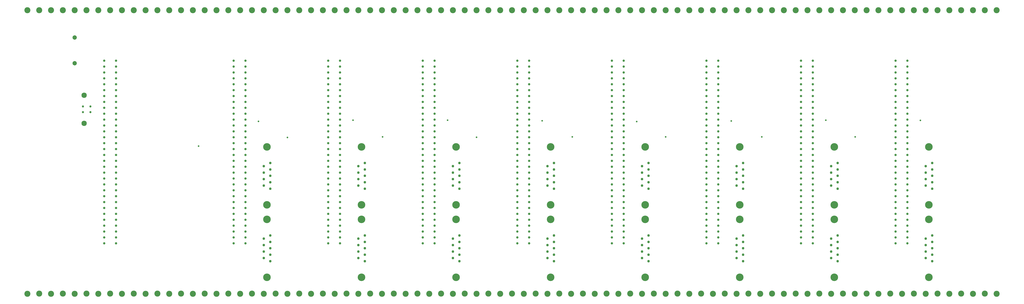
<source format=gbr>
G04 Layer_Color=0*
%FSLAX45Y45*%
%MOMM*%
%TF.FileFunction,Plated,1,4,PTH,Drill*%
%TF.Part,Single*%
G01*
G75*
%TA.AperFunction,ComponentDrill*%
%ADD45C,1.85420*%
%TA.AperFunction,OtherDrill,Pad Free-0 (460.502mm,56.642mm)*%
%ADD46C,2.60000*%
%TA.AperFunction,OtherDrill,Pad Free-0 (450.342mm,56.642mm)*%
%ADD47C,2.60000*%
%TA.AperFunction,OtherDrill,Pad Free-0 (440.182mm,56.642mm)*%
%ADD48C,2.60000*%
%TA.AperFunction,OtherDrill,Pad Free-0 (430.022mm,56.642mm)*%
%ADD49C,2.60000*%
%TA.AperFunction,OtherDrill,Pad Free-0 (419.862mm,56.642mm)*%
%ADD50C,2.60000*%
%TA.AperFunction,OtherDrill,Pad Free-0 (409.702mm,56.642mm)*%
%ADD51C,2.60000*%
%TA.AperFunction,OtherDrill,Pad Free-0 (399.542mm,56.642mm)*%
%ADD52C,2.60000*%
%TA.AperFunction,OtherDrill,Pad Free-0 (389.382mm,56.642mm)*%
%ADD53C,2.60000*%
%TA.AperFunction,OtherDrill,Pad Free-0 (379.222mm,56.642mm)*%
%ADD54C,2.60000*%
%TA.AperFunction,OtherDrill,Pad Free-0 (369.062mm,56.642mm)*%
%ADD55C,2.60000*%
%TA.AperFunction,OtherDrill,Pad Free-0 (358.902mm,56.642mm)*%
%ADD56C,2.60000*%
%TA.AperFunction,OtherDrill,Pad Free-0 (348.742mm,56.642mm)*%
%ADD57C,2.60000*%
%TA.AperFunction,OtherDrill,Pad Free-0 (338.582mm,56.642mm)*%
%ADD58C,2.60000*%
%TA.AperFunction,OtherDrill,Pad Free-0 (328.422mm,56.642mm)*%
%ADD59C,2.60000*%
%TA.AperFunction,OtherDrill,Pad Free-0 (318.262mm,56.642mm)*%
%ADD60C,2.60000*%
%TA.AperFunction,OtherDrill,Pad Free-0 (308.102mm,56.642mm)*%
%ADD61C,2.60000*%
%TA.AperFunction,OtherDrill,Pad Free-0 (297.942mm,56.642mm)*%
%ADD62C,2.60000*%
%TA.AperFunction,OtherDrill,Pad Free-0 (287.782mm,56.642mm)*%
%ADD63C,2.60000*%
%TA.AperFunction,OtherDrill,Pad Free-0 (277.622mm,56.642mm)*%
%ADD64C,2.60000*%
%TA.AperFunction,OtherDrill,Pad Free-0 (267.462mm,56.642mm)*%
%ADD65C,2.60000*%
%TA.AperFunction,OtherDrill,Pad Free-0 (257.302mm,56.642mm)*%
%ADD66C,2.60000*%
%TA.AperFunction,OtherDrill,Pad Free-0 (247.142mm,56.642mm)*%
%ADD67C,2.60000*%
%TA.AperFunction,OtherDrill,Pad Free-0 (236.982mm,56.642mm)*%
%ADD68C,2.60000*%
%TA.AperFunction,OtherDrill,Pad Free-0 (226.822mm,56.642mm)*%
%ADD69C,2.60000*%
%TA.AperFunction,OtherDrill,Pad Free-0 (216.662mm,56.642mm)*%
%ADD70C,2.60000*%
%TA.AperFunction,OtherDrill,Pad Free-0 (206.502mm,56.642mm)*%
%ADD71C,2.60000*%
%TA.AperFunction,OtherDrill,Pad Free-0 (196.342mm,56.642mm)*%
%ADD72C,2.60000*%
%TA.AperFunction,OtherDrill,Pad Free-0 (186.182mm,56.642mm)*%
%ADD73C,2.60000*%
%TA.AperFunction,OtherDrill,Pad Free-0 (176.022mm,56.642mm)*%
%ADD74C,2.60000*%
%TA.AperFunction,OtherDrill,Pad Free-0 (165.862mm,56.642mm)*%
%ADD75C,2.60000*%
%TA.AperFunction,OtherDrill,Pad Free-0 (155.702mm,56.642mm)*%
%ADD76C,2.60000*%
%TA.AperFunction,OtherDrill,Pad Free-0 (145.542mm,56.642mm)*%
%ADD77C,2.60000*%
%TA.AperFunction,OtherDrill,Pad Free-0 (135.382mm,56.642mm)*%
%ADD78C,2.60000*%
%TA.AperFunction,OtherDrill,Pad Free-0 (125.222mm,56.642mm)*%
%ADD79C,2.60000*%
%TA.AperFunction,OtherDrill,Pad Free-0 (115.062mm,56.642mm)*%
%ADD80C,2.60000*%
%TA.AperFunction,OtherDrill,Pad Free-0 (104.902mm,56.642mm)*%
%ADD81C,2.60000*%
%TA.AperFunction,OtherDrill,Pad Free-0 (94.742mm,56.642mm)*%
%ADD82C,2.60000*%
%TA.AperFunction,OtherDrill,Pad Free-0 (84.582mm,56.642mm)*%
%ADD83C,2.60000*%
%TA.AperFunction,OtherDrill,Pad Free-0 (74.422mm,56.642mm)*%
%ADD84C,2.60000*%
%TA.AperFunction,OtherDrill,Pad Free-0 (64.262mm,56.642mm)*%
%ADD85C,2.60000*%
%TA.AperFunction,OtherDrill,Pad Free-0 (54.102mm,56.642mm)*%
%ADD86C,2.60000*%
%TA.AperFunction,OtherDrill,Pad Free-0 (465.582mm,56.617mm)*%
%ADD87C,2.60000*%
%TA.AperFunction,OtherDrill,Pad Free-0 (455.422mm,56.617mm)*%
%ADD88C,2.60000*%
%TA.AperFunction,OtherDrill,Pad Free-0 (445.262mm,56.617mm)*%
%ADD89C,2.60000*%
%TA.AperFunction,OtherDrill,Pad Free-0 (435.102mm,56.617mm)*%
%ADD90C,2.60000*%
%TA.AperFunction,OtherDrill,Pad Free-0 (424.942mm,56.617mm)*%
%ADD91C,2.60000*%
%TA.AperFunction,OtherDrill,Pad Free-0 (414.782mm,56.617mm)*%
%ADD92C,2.60000*%
%TA.AperFunction,OtherDrill,Pad Free-0 (404.622mm,56.617mm)*%
%ADD93C,2.60000*%
%TA.AperFunction,OtherDrill,Pad Free-0 (394.462mm,56.617mm)*%
%ADD94C,2.60000*%
%TA.AperFunction,OtherDrill,Pad Free-0 (384.302mm,56.617mm)*%
%ADD95C,2.60000*%
%TA.AperFunction,OtherDrill,Pad Free-0 (374.142mm,56.617mm)*%
%ADD96C,2.60000*%
%TA.AperFunction,OtherDrill,Pad Free-0 (363.982mm,56.617mm)*%
%ADD97C,2.60000*%
%TA.AperFunction,OtherDrill,Pad Free-0 (353.822mm,56.617mm)*%
%ADD98C,2.60000*%
%TA.AperFunction,OtherDrill,Pad Free-0 (343.662mm,56.617mm)*%
%ADD99C,2.60000*%
%TA.AperFunction,OtherDrill,Pad Free-0 (333.502mm,56.617mm)*%
%ADD100C,2.60000*%
%TA.AperFunction,OtherDrill,Pad Free-0 (323.342mm,56.617mm)*%
%ADD101C,2.60000*%
%TA.AperFunction,OtherDrill,Pad Free-0 (313.182mm,56.617mm)*%
%ADD102C,2.60000*%
%TA.AperFunction,OtherDrill,Pad Free-0 (303.022mm,56.617mm)*%
%ADD103C,2.60000*%
%TA.AperFunction,OtherDrill,Pad Free-0 (292.862mm,56.617mm)*%
%ADD104C,2.60000*%
%TA.AperFunction,OtherDrill,Pad Free-0 (282.702mm,56.617mm)*%
%ADD105C,2.60000*%
%TA.AperFunction,OtherDrill,Pad Free-0 (272.542mm,56.617mm)*%
%ADD106C,2.60000*%
%TA.AperFunction,OtherDrill,Pad Free-0 (262.382mm,56.617mm)*%
%ADD107C,2.60000*%
%TA.AperFunction,OtherDrill,Pad Free-0 (252.222mm,56.617mm)*%
%ADD108C,2.60000*%
%TA.AperFunction,OtherDrill,Pad Free-0 (242.062mm,56.617mm)*%
%ADD109C,2.60000*%
%TA.AperFunction,OtherDrill,Pad Free-0 (231.902mm,56.617mm)*%
%ADD110C,2.60000*%
%TA.AperFunction,OtherDrill,Pad Free-0 (221.742mm,56.617mm)*%
%ADD111C,2.60000*%
%TA.AperFunction,OtherDrill,Pad Free-0 (211.582mm,56.617mm)*%
%ADD112C,2.60000*%
%TA.AperFunction,OtherDrill,Pad Free-0 (201.422mm,56.617mm)*%
%ADD113C,2.60000*%
%TA.AperFunction,OtherDrill,Pad Free-0 (191.262mm,56.617mm)*%
%ADD114C,2.60000*%
%TA.AperFunction,OtherDrill,Pad Free-0 (181.102mm,56.617mm)*%
%ADD115C,2.60000*%
%TA.AperFunction,OtherDrill,Pad Free-0 (170.942mm,56.617mm)*%
%ADD116C,2.60000*%
%TA.AperFunction,OtherDrill,Pad Free-0 (160.782mm,56.617mm)*%
%ADD117C,2.60000*%
%TA.AperFunction,OtherDrill,Pad Free-0 (150.622mm,56.617mm)*%
%ADD118C,2.60000*%
%TA.AperFunction,OtherDrill,Pad Free-0 (140.462mm,56.617mm)*%
%ADD119C,2.60000*%
%TA.AperFunction,OtherDrill,Pad Free-0 (130.302mm,56.617mm)*%
%ADD120C,2.60000*%
%TA.AperFunction,OtherDrill,Pad Free-0 (120.142mm,56.617mm)*%
%ADD121C,2.60000*%
%TA.AperFunction,OtherDrill,Pad Free-0 (109.982mm,56.617mm)*%
%ADD122C,2.60000*%
%TA.AperFunction,OtherDrill,Pad Free-0 (99.822mm,56.617mm)*%
%ADD123C,2.60000*%
%TA.AperFunction,OtherDrill,Pad Free-0 (89.662mm,56.617mm)*%
%ADD124C,2.60000*%
%TA.AperFunction,OtherDrill,Pad Free-0 (79.502mm,56.617mm)*%
%ADD125C,2.60000*%
%TA.AperFunction,OtherDrill,Pad Free-0 (69.342mm,56.617mm)*%
%ADD126C,2.60000*%
%TA.AperFunction,OtherDrill,Pad Free-0 (59.182mm,56.617mm)*%
%ADD127C,2.60000*%
%TA.AperFunction,OtherDrill,Pad Free-0 (49.022mm,56.617mm)*%
%ADD128C,2.60000*%
%TA.AperFunction,OtherDrill,Pad Free-0 (460.502mm,178.816mm)*%
%ADD129C,2.60000*%
%TA.AperFunction,OtherDrill,Pad Free-0 (450.342mm,178.816mm)*%
%ADD130C,2.60000*%
%TA.AperFunction,OtherDrill,Pad Free-0 (440.182mm,178.816mm)*%
%ADD131C,2.60000*%
%TA.AperFunction,OtherDrill,Pad Free-0 (430.022mm,178.816mm)*%
%ADD132C,2.60000*%
%TA.AperFunction,OtherDrill,Pad Free-0 (419.862mm,178.816mm)*%
%ADD133C,2.60000*%
%TA.AperFunction,OtherDrill,Pad Free-0 (409.702mm,178.816mm)*%
%ADD134C,2.60000*%
%TA.AperFunction,OtherDrill,Pad Free-0 (399.542mm,178.816mm)*%
%ADD135C,2.60000*%
%TA.AperFunction,OtherDrill,Pad Free-0 (389.382mm,178.816mm)*%
%ADD136C,2.60000*%
%TA.AperFunction,OtherDrill,Pad Free-0 (379.222mm,178.816mm)*%
%ADD137C,2.60000*%
%TA.AperFunction,OtherDrill,Pad Free-0 (369.062mm,178.816mm)*%
%ADD138C,2.60000*%
%TA.AperFunction,OtherDrill,Pad Free-0 (358.902mm,178.816mm)*%
%ADD139C,2.60000*%
%TA.AperFunction,OtherDrill,Pad Free-0 (348.742mm,178.816mm)*%
%ADD140C,2.60000*%
%TA.AperFunction,OtherDrill,Pad Free-0 (338.582mm,178.816mm)*%
%ADD141C,2.60000*%
%TA.AperFunction,OtherDrill,Pad Free-0 (328.422mm,178.816mm)*%
%ADD142C,2.60000*%
%TA.AperFunction,OtherDrill,Pad Free-0 (318.262mm,178.816mm)*%
%ADD143C,2.60000*%
%TA.AperFunction,OtherDrill,Pad Free-0 (308.102mm,178.816mm)*%
%ADD144C,2.60000*%
%TA.AperFunction,OtherDrill,Pad Free-0 (297.942mm,178.816mm)*%
%ADD145C,2.60000*%
%TA.AperFunction,OtherDrill,Pad Free-0 (287.782mm,178.816mm)*%
%ADD146C,2.60000*%
%TA.AperFunction,OtherDrill,Pad Free-0 (277.622mm,178.816mm)*%
%ADD147C,2.60000*%
%TA.AperFunction,OtherDrill,Pad Free-0 (267.462mm,178.816mm)*%
%ADD148C,2.60000*%
%TA.AperFunction,OtherDrill,Pad Free-0 (257.302mm,178.816mm)*%
%ADD149C,2.60000*%
%TA.AperFunction,OtherDrill,Pad Free-0 (247.142mm,178.816mm)*%
%ADD150C,2.60000*%
%TA.AperFunction,OtherDrill,Pad Free-0 (236.982mm,178.816mm)*%
%ADD151C,2.60000*%
%TA.AperFunction,OtherDrill,Pad Free-0 (226.822mm,178.816mm)*%
%ADD152C,2.60000*%
%TA.AperFunction,OtherDrill,Pad Free-0 (216.662mm,178.816mm)*%
%ADD153C,2.60000*%
%TA.AperFunction,OtherDrill,Pad Free-0 (206.502mm,178.816mm)*%
%ADD154C,2.60000*%
%TA.AperFunction,OtherDrill,Pad Free-0 (196.342mm,178.816mm)*%
%ADD155C,2.60000*%
%TA.AperFunction,OtherDrill,Pad Free-0 (186.182mm,178.816mm)*%
%ADD156C,2.60000*%
%TA.AperFunction,OtherDrill,Pad Free-0 (176.022mm,178.816mm)*%
%ADD157C,2.60000*%
%TA.AperFunction,OtherDrill,Pad Free-0 (165.862mm,178.816mm)*%
%ADD158C,2.60000*%
%TA.AperFunction,OtherDrill,Pad Free-0 (155.702mm,178.816mm)*%
%ADD159C,2.60000*%
%TA.AperFunction,OtherDrill,Pad Free-0 (145.542mm,178.816mm)*%
%ADD160C,2.60000*%
%TA.AperFunction,OtherDrill,Pad Free-0 (135.382mm,178.816mm)*%
%ADD161C,2.60000*%
%TA.AperFunction,OtherDrill,Pad Free-0 (125.222mm,178.816mm)*%
%ADD162C,2.60000*%
%TA.AperFunction,OtherDrill,Pad Free-0 (115.062mm,178.816mm)*%
%ADD163C,2.60000*%
%TA.AperFunction,OtherDrill,Pad Free-0 (104.902mm,178.816mm)*%
%ADD164C,2.60000*%
%TA.AperFunction,OtherDrill,Pad Free-0 (94.742mm,178.816mm)*%
%ADD165C,2.60000*%
%TA.AperFunction,OtherDrill,Pad Free-0 (84.582mm,178.816mm)*%
%ADD166C,2.60000*%
%TA.AperFunction,OtherDrill,Pad Free-0 (74.422mm,178.816mm)*%
%ADD167C,2.60000*%
%TA.AperFunction,OtherDrill,Pad Free-0 (64.262mm,178.816mm)*%
%ADD168C,2.60000*%
%TA.AperFunction,OtherDrill,Pad Free-0 (54.102mm,178.816mm)*%
%ADD169C,2.60000*%
%TA.AperFunction,OtherDrill,Pad Free-0 (465.582mm,178.841mm)*%
%ADD170C,2.60000*%
%TA.AperFunction,OtherDrill,Pad Free-0 (455.422mm,178.841mm)*%
%ADD171C,2.60000*%
%TA.AperFunction,OtherDrill,Pad Free-0 (445.262mm,178.841mm)*%
%ADD172C,2.60000*%
%TA.AperFunction,OtherDrill,Pad Free-0 (435.102mm,178.841mm)*%
%ADD173C,2.60000*%
%TA.AperFunction,OtherDrill,Pad Free-0 (424.942mm,178.841mm)*%
%ADD174C,2.60000*%
%TA.AperFunction,OtherDrill,Pad Free-0 (414.782mm,178.841mm)*%
%ADD175C,2.60000*%
%TA.AperFunction,OtherDrill,Pad Free-0 (404.622mm,178.841mm)*%
%ADD176C,2.60000*%
%TA.AperFunction,OtherDrill,Pad Free-0 (394.462mm,178.841mm)*%
%ADD177C,2.60000*%
%TA.AperFunction,OtherDrill,Pad Free-0 (384.302mm,178.841mm)*%
%ADD178C,2.60000*%
%TA.AperFunction,OtherDrill,Pad Free-0 (374.142mm,178.841mm)*%
%ADD179C,2.60000*%
%TA.AperFunction,OtherDrill,Pad Free-0 (363.982mm,178.841mm)*%
%ADD180C,2.60000*%
%TA.AperFunction,OtherDrill,Pad Free-0 (353.822mm,178.841mm)*%
%ADD181C,2.60000*%
%TA.AperFunction,OtherDrill,Pad Free-0 (343.662mm,178.841mm)*%
%ADD182C,2.60000*%
%TA.AperFunction,OtherDrill,Pad Free-0 (333.502mm,178.841mm)*%
%ADD183C,2.60000*%
%TA.AperFunction,OtherDrill,Pad Free-0 (323.342mm,178.841mm)*%
%ADD184C,2.60000*%
%TA.AperFunction,OtherDrill,Pad Free-0 (313.182mm,178.841mm)*%
%ADD185C,2.60000*%
%TA.AperFunction,OtherDrill,Pad Free-0 (303.022mm,178.841mm)*%
%ADD186C,2.60000*%
%TA.AperFunction,OtherDrill,Pad Free-0 (292.862mm,178.841mm)*%
%ADD187C,2.60000*%
%TA.AperFunction,OtherDrill,Pad Free-0 (282.702mm,178.841mm)*%
%ADD188C,2.60000*%
%TA.AperFunction,OtherDrill,Pad Free-0 (272.542mm,178.841mm)*%
%ADD189C,2.60000*%
%TA.AperFunction,OtherDrill,Pad Free-0 (262.382mm,178.841mm)*%
%ADD190C,2.60000*%
%TA.AperFunction,OtherDrill,Pad Free-0 (252.222mm,178.841mm)*%
%ADD191C,2.60000*%
%TA.AperFunction,OtherDrill,Pad Free-0 (242.062mm,178.841mm)*%
%ADD192C,2.60000*%
%TA.AperFunction,OtherDrill,Pad Free-0 (231.902mm,178.841mm)*%
%ADD193C,2.60000*%
%TA.AperFunction,OtherDrill,Pad Free-0 (221.742mm,178.841mm)*%
%ADD194C,2.60000*%
%TA.AperFunction,OtherDrill,Pad Free-0 (211.582mm,178.841mm)*%
%ADD195C,2.60000*%
%TA.AperFunction,OtherDrill,Pad Free-0 (201.422mm,178.841mm)*%
%ADD196C,2.60000*%
%TA.AperFunction,OtherDrill,Pad Free-0 (191.262mm,178.841mm)*%
%ADD197C,2.60000*%
%TA.AperFunction,OtherDrill,Pad Free-0 (181.102mm,178.841mm)*%
%ADD198C,2.60000*%
%TA.AperFunction,OtherDrill,Pad Free-0 (170.942mm,178.841mm)*%
%ADD199C,2.60000*%
%TA.AperFunction,OtherDrill,Pad Free-0 (160.782mm,178.841mm)*%
%ADD200C,2.60000*%
%TA.AperFunction,OtherDrill,Pad Free-0 (150.622mm,178.841mm)*%
%ADD201C,2.60000*%
%TA.AperFunction,OtherDrill,Pad Free-0 (140.462mm,178.841mm)*%
%ADD202C,2.60000*%
%TA.AperFunction,OtherDrill,Pad Free-0 (130.302mm,178.841mm)*%
%ADD203C,2.60000*%
%TA.AperFunction,OtherDrill,Pad Free-0 (120.142mm,178.841mm)*%
%ADD204C,2.60000*%
%TA.AperFunction,OtherDrill,Pad Free-0 (109.982mm,178.841mm)*%
%ADD205C,2.60000*%
%TA.AperFunction,OtherDrill,Pad Free-0 (99.822mm,178.841mm)*%
%ADD206C,2.60000*%
%TA.AperFunction,OtherDrill,Pad Free-0 (89.662mm,178.841mm)*%
%ADD207C,2.60000*%
%TA.AperFunction,OtherDrill,Pad Free-0 (79.502mm,178.841mm)*%
%ADD208C,2.60000*%
%TA.AperFunction,OtherDrill,Pad Free-0 (69.342mm,178.841mm)*%
%ADD209C,2.60000*%
%TA.AperFunction,OtherDrill,Pad Free-0 (59.182mm,178.841mm)*%
%ADD210C,2.60000*%
%TA.AperFunction,ComponentDrill*%
%ADD211C,0.92000*%
%ADD212C,2.30000*%
%ADD213C,1.00000*%
%TA.AperFunction,OtherDrill,Pad Free-0 (49.022mm,178.841mm)*%
%ADD214C,2.60000*%
%TA.AperFunction,ComponentDrill*%
%ADD215C,3.26000*%
%ADD216C,1.09000*%
%TA.AperFunction,ViaDrill,NotFilled*%
%ADD217C,0.71120*%
D45*
X6934200Y15598140D02*
D03*
Y16710660D02*
D03*
D46*
X46050201Y5664200D02*
D03*
D47*
X45034201D02*
D03*
D48*
X44018201D02*
D03*
D49*
X43002200D02*
D03*
D50*
X41986200D02*
D03*
D51*
X40970200D02*
D03*
D52*
X39954199D02*
D03*
D53*
X38938199D02*
D03*
D54*
X37922198D02*
D03*
D55*
X36906201D02*
D03*
D56*
X35890201D02*
D03*
D57*
X34874200D02*
D03*
D58*
X33858200D02*
D03*
D59*
X32842200D02*
D03*
D60*
X31826199D02*
D03*
D61*
X30810199D02*
D03*
D62*
X29794199D02*
D03*
D63*
X28778201D02*
D03*
D64*
X27762201D02*
D03*
D65*
X26746201D02*
D03*
D66*
X25730200D02*
D03*
D67*
X24714200D02*
D03*
D68*
X23698199D02*
D03*
D69*
X22682201D02*
D03*
D70*
X21666200D02*
D03*
D71*
X20650200D02*
D03*
D72*
X19634200D02*
D03*
D73*
X18618201D02*
D03*
D74*
X17602200D02*
D03*
D75*
X16586200D02*
D03*
D76*
X15570200D02*
D03*
D77*
X14554201D02*
D03*
D78*
X13538200D02*
D03*
D79*
X12522200D02*
D03*
D80*
X11506200D02*
D03*
D81*
X10490200D02*
D03*
D82*
X9474200D02*
D03*
D83*
X8458200D02*
D03*
D84*
X7442200D02*
D03*
D85*
X6426200D02*
D03*
D86*
X5410200D02*
D03*
D87*
X46558200Y5661660D02*
D03*
D88*
X45542200D02*
D03*
D89*
X44526199D02*
D03*
D90*
X43510199D02*
D03*
D91*
X42494199D02*
D03*
D92*
X41478201D02*
D03*
D93*
X40462201D02*
D03*
D94*
X39446201D02*
D03*
D95*
X38430200D02*
D03*
D96*
X37414200D02*
D03*
D97*
X36398199D02*
D03*
D98*
X35382199D02*
D03*
D99*
X34366199D02*
D03*
D100*
X33350201D02*
D03*
D101*
X32334201D02*
D03*
D102*
X31318201D02*
D03*
D103*
X30302200D02*
D03*
D104*
X29286200D02*
D03*
D105*
X28270200D02*
D03*
D106*
X27254199D02*
D03*
D107*
X26238199D02*
D03*
D108*
X25222200D02*
D03*
D109*
X24206200D02*
D03*
D110*
X23190199D02*
D03*
D111*
X22174200D02*
D03*
D112*
X21158200D02*
D03*
D113*
X20142200D02*
D03*
D114*
X19126199D02*
D03*
D115*
X18110201D02*
D03*
D116*
X17094200D02*
D03*
D117*
X16078200D02*
D03*
D118*
X15062199D02*
D03*
D119*
X14046201D02*
D03*
D120*
X13030200D02*
D03*
D121*
X12014200D02*
D03*
D122*
X10998200D02*
D03*
D123*
X9982200D02*
D03*
D124*
X8966200D02*
D03*
D125*
X7950200D02*
D03*
D126*
X6934200D02*
D03*
D127*
X5918200D02*
D03*
D128*
X4902200D02*
D03*
D129*
X46050201Y17881599D02*
D03*
D130*
X45034201D02*
D03*
D131*
X44018201D02*
D03*
D132*
X43002200D02*
D03*
D133*
X41986200D02*
D03*
D134*
X40970200D02*
D03*
D135*
X39954199D02*
D03*
D136*
X38938199D02*
D03*
D137*
X37922198D02*
D03*
D138*
X36906201D02*
D03*
D139*
X35890201D02*
D03*
D140*
X34874200D02*
D03*
D141*
X33858200D02*
D03*
D142*
X32842200D02*
D03*
D143*
X31826199D02*
D03*
D144*
X30810199D02*
D03*
D145*
X29794199D02*
D03*
D146*
X28778201D02*
D03*
D147*
X27762201D02*
D03*
D148*
X26746201D02*
D03*
D149*
X25730200D02*
D03*
D150*
X24714200D02*
D03*
D151*
X23698199D02*
D03*
D152*
X22682201D02*
D03*
D153*
X21666200D02*
D03*
D154*
X20650200D02*
D03*
D155*
X19634200D02*
D03*
D156*
X18618201D02*
D03*
D157*
X17602200D02*
D03*
D158*
X16586200D02*
D03*
D159*
X15570200D02*
D03*
D160*
X14554201D02*
D03*
D161*
X13538200D02*
D03*
D162*
X12522200D02*
D03*
D163*
X11506200D02*
D03*
D164*
X10490200D02*
D03*
D165*
X9474200D02*
D03*
D166*
X8458200D02*
D03*
D167*
X7442200D02*
D03*
D168*
X6426200D02*
D03*
D169*
X5410200D02*
D03*
D03*
D170*
X46558200Y17884140D02*
D03*
D171*
X45542200D02*
D03*
D172*
X44526199D02*
D03*
D173*
X43510199D02*
D03*
D174*
X42494199D02*
D03*
D175*
X41478201D02*
D03*
D176*
X40462201D02*
D03*
D177*
X39446201D02*
D03*
D178*
X38430200D02*
D03*
D179*
X37414200D02*
D03*
D180*
X36398199D02*
D03*
D181*
X35382199D02*
D03*
D182*
X34366199D02*
D03*
D183*
X33350201D02*
D03*
D184*
X32334201D02*
D03*
D185*
X31318201D02*
D03*
D186*
X30302200D02*
D03*
D187*
X29286200D02*
D03*
D188*
X28270200D02*
D03*
D189*
X27254199D02*
D03*
D190*
X26238199D02*
D03*
D191*
X25222200D02*
D03*
D192*
X24206200D02*
D03*
D193*
X23190199D02*
D03*
D194*
X22174200D02*
D03*
D195*
X21158200D02*
D03*
D196*
X20142200D02*
D03*
D197*
X19126199D02*
D03*
D198*
X18110201D02*
D03*
D199*
X17094200D02*
D03*
D200*
X16078200D02*
D03*
D201*
X15062199D02*
D03*
D202*
X14046201D02*
D03*
D203*
X13030200D02*
D03*
D204*
X12014200D02*
D03*
D205*
X10998200D02*
D03*
D206*
X9982200D02*
D03*
D207*
X8966200D02*
D03*
D208*
X7950200D02*
D03*
D209*
X6934200D02*
D03*
D210*
X5918200D02*
D03*
D211*
X7289800Y13489400D02*
D03*
Y13739400D02*
D03*
X7610800D02*
D03*
Y13489400D02*
D03*
D212*
X7340300Y14216400D02*
D03*
Y13012399D02*
D03*
D213*
X42722800Y15709900D02*
D03*
Y15455901D02*
D03*
Y15201900D02*
D03*
Y14947900D02*
D03*
Y14693900D02*
D03*
Y14439900D02*
D03*
Y14185899D02*
D03*
Y13931900D02*
D03*
Y13677901D02*
D03*
Y13423900D02*
D03*
Y13169901D02*
D03*
Y12915900D02*
D03*
Y12661900D02*
D03*
Y12407900D02*
D03*
Y12153900D02*
D03*
Y11899900D02*
D03*
Y11645900D02*
D03*
Y11391900D02*
D03*
Y11137900D02*
D03*
Y10883900D02*
D03*
Y10629900D02*
D03*
Y10375900D02*
D03*
Y10121900D02*
D03*
Y9867900D02*
D03*
Y9613900D02*
D03*
Y9359900D02*
D03*
Y9105900D02*
D03*
Y8851900D02*
D03*
Y8597900D02*
D03*
Y8343900D02*
D03*
Y8089900D02*
D03*
Y7835900D02*
D03*
X42214801Y15709900D02*
D03*
Y15455901D02*
D03*
Y15201900D02*
D03*
Y14947900D02*
D03*
Y14693900D02*
D03*
Y14439900D02*
D03*
Y14185899D02*
D03*
Y13931900D02*
D03*
Y13677901D02*
D03*
Y13423900D02*
D03*
Y13169901D02*
D03*
Y12915900D02*
D03*
Y12661900D02*
D03*
Y12407900D02*
D03*
Y12153900D02*
D03*
Y11899900D02*
D03*
Y11645900D02*
D03*
Y11391900D02*
D03*
Y11137900D02*
D03*
Y10883900D02*
D03*
Y10629900D02*
D03*
Y10375900D02*
D03*
Y10121900D02*
D03*
Y9867900D02*
D03*
Y9613900D02*
D03*
Y9359900D02*
D03*
Y9105900D02*
D03*
Y8851900D02*
D03*
Y8597900D02*
D03*
Y8343900D02*
D03*
Y8089900D02*
D03*
Y7835900D02*
D03*
X38658801Y15709900D02*
D03*
Y15455901D02*
D03*
Y15201900D02*
D03*
Y14947900D02*
D03*
Y14693900D02*
D03*
Y14439900D02*
D03*
Y14185899D02*
D03*
Y13931900D02*
D03*
Y13677901D02*
D03*
Y13423900D02*
D03*
Y13169901D02*
D03*
Y12915900D02*
D03*
Y12661900D02*
D03*
Y12407900D02*
D03*
Y12153900D02*
D03*
Y11899900D02*
D03*
Y11645900D02*
D03*
Y11391900D02*
D03*
Y11137900D02*
D03*
Y10883900D02*
D03*
Y10629900D02*
D03*
Y10375900D02*
D03*
Y10121900D02*
D03*
Y9867900D02*
D03*
Y9613900D02*
D03*
Y9359900D02*
D03*
Y9105900D02*
D03*
Y8851900D02*
D03*
Y8597900D02*
D03*
Y8343900D02*
D03*
Y8089900D02*
D03*
Y7835900D02*
D03*
X38150800Y15709900D02*
D03*
Y15455901D02*
D03*
Y15201900D02*
D03*
Y14947900D02*
D03*
Y14693900D02*
D03*
Y14439900D02*
D03*
Y14185899D02*
D03*
Y13931900D02*
D03*
Y13677901D02*
D03*
Y13423900D02*
D03*
Y13169901D02*
D03*
Y12915900D02*
D03*
Y12661900D02*
D03*
Y12407900D02*
D03*
Y12153900D02*
D03*
Y11899900D02*
D03*
Y11645900D02*
D03*
Y11391900D02*
D03*
Y11137900D02*
D03*
Y10883900D02*
D03*
Y10629900D02*
D03*
Y10375900D02*
D03*
Y10121900D02*
D03*
Y9867900D02*
D03*
Y9613900D02*
D03*
Y9359900D02*
D03*
Y9105900D02*
D03*
Y8851900D02*
D03*
Y8597900D02*
D03*
Y8343900D02*
D03*
Y8089900D02*
D03*
Y7835900D02*
D03*
X34594800Y15709900D02*
D03*
Y15455901D02*
D03*
Y15201900D02*
D03*
Y14947900D02*
D03*
Y14693900D02*
D03*
Y14439900D02*
D03*
Y14185899D02*
D03*
Y13931900D02*
D03*
Y13677901D02*
D03*
Y13423900D02*
D03*
Y13169901D02*
D03*
Y12915900D02*
D03*
Y12661900D02*
D03*
Y12407900D02*
D03*
Y12153900D02*
D03*
Y11899900D02*
D03*
Y11645900D02*
D03*
Y11391900D02*
D03*
Y11137900D02*
D03*
Y10883900D02*
D03*
Y10629900D02*
D03*
Y10375900D02*
D03*
Y10121900D02*
D03*
Y9867900D02*
D03*
Y9613900D02*
D03*
Y9359900D02*
D03*
Y9105900D02*
D03*
Y8851900D02*
D03*
Y8597900D02*
D03*
Y8343900D02*
D03*
Y8089900D02*
D03*
Y7835900D02*
D03*
X34086801Y15709900D02*
D03*
Y15455901D02*
D03*
Y15201900D02*
D03*
Y14947900D02*
D03*
Y14693900D02*
D03*
Y14439900D02*
D03*
Y14185899D02*
D03*
Y13931900D02*
D03*
Y13677901D02*
D03*
Y13423900D02*
D03*
Y13169901D02*
D03*
Y12915900D02*
D03*
Y12661900D02*
D03*
Y12407900D02*
D03*
Y12153900D02*
D03*
Y11899900D02*
D03*
Y11645900D02*
D03*
Y11391900D02*
D03*
Y11137900D02*
D03*
Y10883900D02*
D03*
Y10629900D02*
D03*
Y10375900D02*
D03*
Y10121900D02*
D03*
Y9867900D02*
D03*
Y9613900D02*
D03*
Y9359900D02*
D03*
Y9105900D02*
D03*
Y8851900D02*
D03*
Y8597900D02*
D03*
Y8343900D02*
D03*
Y8089900D02*
D03*
Y7835900D02*
D03*
X30530801Y15709900D02*
D03*
Y15455901D02*
D03*
Y15201900D02*
D03*
Y14947900D02*
D03*
Y14693900D02*
D03*
Y14439900D02*
D03*
Y14185899D02*
D03*
Y13931900D02*
D03*
Y13677901D02*
D03*
Y13423900D02*
D03*
Y13169901D02*
D03*
Y12915900D02*
D03*
Y12661900D02*
D03*
Y12407900D02*
D03*
Y12153900D02*
D03*
Y11899900D02*
D03*
Y11645900D02*
D03*
Y11391900D02*
D03*
Y11137900D02*
D03*
Y10883900D02*
D03*
Y10629900D02*
D03*
Y10375900D02*
D03*
Y10121900D02*
D03*
Y9867900D02*
D03*
Y9613900D02*
D03*
Y9359900D02*
D03*
Y9105900D02*
D03*
Y8851900D02*
D03*
Y8597900D02*
D03*
Y8343900D02*
D03*
Y8089900D02*
D03*
Y7835900D02*
D03*
X30022800Y15709900D02*
D03*
Y15455901D02*
D03*
Y15201900D02*
D03*
Y14947900D02*
D03*
Y14693900D02*
D03*
Y14439900D02*
D03*
Y14185899D02*
D03*
Y13931900D02*
D03*
Y13677901D02*
D03*
Y13423900D02*
D03*
Y13169901D02*
D03*
Y12915900D02*
D03*
Y12661900D02*
D03*
Y12407900D02*
D03*
Y12153900D02*
D03*
Y11899900D02*
D03*
Y11645900D02*
D03*
Y11391900D02*
D03*
Y11137900D02*
D03*
Y10883900D02*
D03*
Y10629900D02*
D03*
Y10375900D02*
D03*
Y10121900D02*
D03*
Y9867900D02*
D03*
Y9613900D02*
D03*
Y9359900D02*
D03*
Y9105900D02*
D03*
Y8851900D02*
D03*
Y8597900D02*
D03*
Y8343900D02*
D03*
Y8089900D02*
D03*
Y7835900D02*
D03*
X26466800Y15709900D02*
D03*
Y15455901D02*
D03*
Y15201900D02*
D03*
Y14947900D02*
D03*
Y14693900D02*
D03*
Y14439900D02*
D03*
Y14185899D02*
D03*
Y13931900D02*
D03*
Y13677901D02*
D03*
Y13423900D02*
D03*
Y13169901D02*
D03*
Y12915900D02*
D03*
Y12661900D02*
D03*
Y12407900D02*
D03*
Y12153900D02*
D03*
Y11899900D02*
D03*
Y11645900D02*
D03*
Y11391900D02*
D03*
Y11137900D02*
D03*
Y10883900D02*
D03*
Y10629900D02*
D03*
Y10375900D02*
D03*
Y10121900D02*
D03*
Y9867900D02*
D03*
Y9613900D02*
D03*
Y9359900D02*
D03*
Y9105900D02*
D03*
Y8851900D02*
D03*
Y8597900D02*
D03*
Y8343900D02*
D03*
Y8089900D02*
D03*
Y7835900D02*
D03*
X25958801Y15709900D02*
D03*
Y15455901D02*
D03*
Y15201900D02*
D03*
Y14947900D02*
D03*
Y14693900D02*
D03*
Y14439900D02*
D03*
Y14185899D02*
D03*
Y13931900D02*
D03*
Y13677901D02*
D03*
Y13423900D02*
D03*
Y13169901D02*
D03*
Y12915900D02*
D03*
Y12661900D02*
D03*
Y12407900D02*
D03*
Y12153900D02*
D03*
Y11899900D02*
D03*
Y11645900D02*
D03*
Y11391900D02*
D03*
Y11137900D02*
D03*
Y10883900D02*
D03*
Y10629900D02*
D03*
Y10375900D02*
D03*
Y10121900D02*
D03*
Y9867900D02*
D03*
Y9613900D02*
D03*
Y9359900D02*
D03*
Y9105900D02*
D03*
Y8851900D02*
D03*
Y8597900D02*
D03*
Y8343900D02*
D03*
Y8089900D02*
D03*
Y7835900D02*
D03*
X22402800Y15709900D02*
D03*
Y15455901D02*
D03*
Y15201900D02*
D03*
Y14947900D02*
D03*
Y14693900D02*
D03*
Y14439900D02*
D03*
Y14185899D02*
D03*
Y13931900D02*
D03*
Y13677901D02*
D03*
Y13423900D02*
D03*
Y13169901D02*
D03*
Y12915900D02*
D03*
Y12661900D02*
D03*
Y12407900D02*
D03*
Y12153900D02*
D03*
Y11899900D02*
D03*
Y11645900D02*
D03*
Y11391900D02*
D03*
Y11137900D02*
D03*
Y10883900D02*
D03*
Y10629900D02*
D03*
Y10375900D02*
D03*
Y10121900D02*
D03*
Y9867900D02*
D03*
Y9613900D02*
D03*
Y9359900D02*
D03*
Y9105900D02*
D03*
Y8851900D02*
D03*
Y8597900D02*
D03*
Y8343900D02*
D03*
Y8089900D02*
D03*
Y7835900D02*
D03*
X21894800Y15709900D02*
D03*
Y15455901D02*
D03*
Y15201900D02*
D03*
Y14947900D02*
D03*
Y14693900D02*
D03*
Y14439900D02*
D03*
Y14185899D02*
D03*
Y13931900D02*
D03*
Y13677901D02*
D03*
Y13423900D02*
D03*
Y13169901D02*
D03*
Y12915900D02*
D03*
Y12661900D02*
D03*
Y12407900D02*
D03*
Y12153900D02*
D03*
Y11899900D02*
D03*
Y11645900D02*
D03*
Y11391900D02*
D03*
Y11137900D02*
D03*
Y10883900D02*
D03*
Y10629900D02*
D03*
Y10375900D02*
D03*
Y10121900D02*
D03*
Y9867900D02*
D03*
Y9613900D02*
D03*
Y9359900D02*
D03*
Y9105900D02*
D03*
Y8851900D02*
D03*
Y8597900D02*
D03*
Y8343900D02*
D03*
Y8089900D02*
D03*
Y7835900D02*
D03*
X18338800Y15709900D02*
D03*
Y15455901D02*
D03*
Y15201900D02*
D03*
Y14947900D02*
D03*
Y14693900D02*
D03*
Y14439900D02*
D03*
Y14185899D02*
D03*
Y13931900D02*
D03*
Y13677901D02*
D03*
Y13423900D02*
D03*
Y13169901D02*
D03*
Y12915900D02*
D03*
Y12661900D02*
D03*
Y12407900D02*
D03*
Y12153900D02*
D03*
Y11899900D02*
D03*
Y11645900D02*
D03*
Y11391900D02*
D03*
Y11137900D02*
D03*
Y10883900D02*
D03*
Y10629900D02*
D03*
Y10375900D02*
D03*
Y10121900D02*
D03*
Y9867900D02*
D03*
Y9613900D02*
D03*
Y9359900D02*
D03*
Y9105900D02*
D03*
Y8851900D02*
D03*
Y8597900D02*
D03*
Y8343900D02*
D03*
Y8089900D02*
D03*
Y7835900D02*
D03*
X17830800Y15709900D02*
D03*
Y15455901D02*
D03*
Y15201900D02*
D03*
Y14947900D02*
D03*
Y14693900D02*
D03*
Y14439900D02*
D03*
Y14185899D02*
D03*
Y13931900D02*
D03*
Y13677901D02*
D03*
Y13423900D02*
D03*
Y13169901D02*
D03*
Y12915900D02*
D03*
Y12661900D02*
D03*
Y12407900D02*
D03*
Y12153900D02*
D03*
Y11899900D02*
D03*
Y11645900D02*
D03*
Y11391900D02*
D03*
Y11137900D02*
D03*
Y10883900D02*
D03*
Y10629900D02*
D03*
Y10375900D02*
D03*
Y10121900D02*
D03*
Y9867900D02*
D03*
Y9613900D02*
D03*
Y9359900D02*
D03*
Y9105900D02*
D03*
Y8851900D02*
D03*
Y8597900D02*
D03*
Y8343900D02*
D03*
Y8089900D02*
D03*
Y7835900D02*
D03*
X8712200Y15709900D02*
D03*
Y15455901D02*
D03*
Y15201900D02*
D03*
Y14947900D02*
D03*
Y14693900D02*
D03*
Y14439900D02*
D03*
Y14185899D02*
D03*
Y13931900D02*
D03*
Y13677901D02*
D03*
Y13423900D02*
D03*
Y13169901D02*
D03*
Y12915900D02*
D03*
Y12661900D02*
D03*
Y12407900D02*
D03*
Y12153900D02*
D03*
Y11899900D02*
D03*
Y11645900D02*
D03*
Y11391900D02*
D03*
Y11137900D02*
D03*
Y10883900D02*
D03*
Y10629900D02*
D03*
Y10375900D02*
D03*
Y10121900D02*
D03*
Y9867900D02*
D03*
Y9613900D02*
D03*
Y9359900D02*
D03*
Y9105900D02*
D03*
Y8851900D02*
D03*
Y8597900D02*
D03*
Y8343900D02*
D03*
Y8089900D02*
D03*
Y7835900D02*
D03*
X8204200Y15709900D02*
D03*
Y15455901D02*
D03*
Y15201900D02*
D03*
Y14947900D02*
D03*
Y14693900D02*
D03*
Y14439900D02*
D03*
Y14185899D02*
D03*
Y13931900D02*
D03*
Y13677901D02*
D03*
Y13423900D02*
D03*
Y13169901D02*
D03*
Y12915900D02*
D03*
Y12661900D02*
D03*
Y12407900D02*
D03*
Y12153900D02*
D03*
Y11899900D02*
D03*
Y11645900D02*
D03*
Y11391900D02*
D03*
Y11137900D02*
D03*
Y10883900D02*
D03*
Y10629900D02*
D03*
Y10375900D02*
D03*
Y10121900D02*
D03*
Y9867900D02*
D03*
Y9613900D02*
D03*
Y9359900D02*
D03*
Y9105900D02*
D03*
Y8851900D02*
D03*
Y8597900D02*
D03*
Y8343900D02*
D03*
Y8089900D02*
D03*
Y7835900D02*
D03*
X14274800Y15709900D02*
D03*
Y15455901D02*
D03*
Y15201900D02*
D03*
Y14947900D02*
D03*
Y14693900D02*
D03*
Y14439900D02*
D03*
Y14185899D02*
D03*
Y13931900D02*
D03*
Y13677901D02*
D03*
Y13423900D02*
D03*
Y13169901D02*
D03*
Y12915900D02*
D03*
Y12661900D02*
D03*
Y12407900D02*
D03*
Y12153900D02*
D03*
Y11899900D02*
D03*
Y11645900D02*
D03*
Y11391900D02*
D03*
Y11137900D02*
D03*
Y10883900D02*
D03*
Y10629900D02*
D03*
Y10375900D02*
D03*
Y10121900D02*
D03*
Y9867900D02*
D03*
Y9613900D02*
D03*
Y9359900D02*
D03*
Y9105900D02*
D03*
Y8851900D02*
D03*
Y8597900D02*
D03*
Y8343900D02*
D03*
Y8089900D02*
D03*
Y7835900D02*
D03*
X13766800Y15709900D02*
D03*
Y15455901D02*
D03*
Y15201900D02*
D03*
Y14947900D02*
D03*
Y14693900D02*
D03*
Y14439900D02*
D03*
Y14185899D02*
D03*
Y13931900D02*
D03*
Y13677901D02*
D03*
Y13423900D02*
D03*
Y13169901D02*
D03*
Y12915900D02*
D03*
Y12661900D02*
D03*
Y12407900D02*
D03*
Y12153900D02*
D03*
Y11899900D02*
D03*
Y11645900D02*
D03*
Y11391900D02*
D03*
Y11137900D02*
D03*
Y10883900D02*
D03*
Y10629900D02*
D03*
Y10375900D02*
D03*
Y10121900D02*
D03*
Y9867900D02*
D03*
Y9613900D02*
D03*
Y9359900D02*
D03*
Y9105900D02*
D03*
Y8851900D02*
D03*
Y8597900D02*
D03*
Y8343900D02*
D03*
Y8089900D02*
D03*
Y7835900D02*
D03*
D214*
X4902200Y17884140D02*
D03*
D215*
X15199400Y6370500D02*
D03*
Y8869500D02*
D03*
Y9494700D02*
D03*
Y11993700D02*
D03*
X19263400Y6370500D02*
D03*
Y8869500D02*
D03*
X23327400Y6370500D02*
D03*
Y8869500D02*
D03*
X27391400Y6370500D02*
D03*
Y8869500D02*
D03*
X31455399Y6370500D02*
D03*
Y8869500D02*
D03*
X35519400Y6370500D02*
D03*
Y8869500D02*
D03*
X39583401Y6370500D02*
D03*
Y8869500D02*
D03*
X43647400Y6370500D02*
D03*
Y8869500D02*
D03*
Y9494700D02*
D03*
Y11993700D02*
D03*
X39583401Y9494700D02*
D03*
Y11993700D02*
D03*
X35519400Y9494700D02*
D03*
Y11993700D02*
D03*
X31455399Y9494700D02*
D03*
Y11993700D02*
D03*
X27391400Y9494700D02*
D03*
Y11993700D02*
D03*
X23327400Y9494700D02*
D03*
Y11993700D02*
D03*
X19263400Y9494700D02*
D03*
Y11993700D02*
D03*
D216*
X15341400Y8174000D02*
D03*
X15057401Y8035500D02*
D03*
X15341400Y7897000D02*
D03*
X15057401Y7758500D02*
D03*
X15341400Y7620000D02*
D03*
X15057401Y7481500D02*
D03*
X15341400Y7343000D02*
D03*
X15057401Y7204500D02*
D03*
X15341400Y7066000D02*
D03*
Y11298200D02*
D03*
X15057401Y11159700D02*
D03*
X15341400Y11021200D02*
D03*
X15057401Y10882700D02*
D03*
X15341400Y10744200D02*
D03*
X15057401Y10605700D02*
D03*
X15341400Y10467200D02*
D03*
X15057401Y10328700D02*
D03*
X15341400Y10190200D02*
D03*
X19405400Y8174000D02*
D03*
X19121400Y8035500D02*
D03*
X19405400Y7897000D02*
D03*
X19121400Y7758500D02*
D03*
X19405400Y7620000D02*
D03*
X19121400Y7481500D02*
D03*
X19405400Y7343000D02*
D03*
X19121400Y7204500D02*
D03*
X19405400Y7066000D02*
D03*
X23469400Y8174000D02*
D03*
X23185400Y8035500D02*
D03*
X23469400Y7897000D02*
D03*
X23185400Y7758500D02*
D03*
X23469400Y7620000D02*
D03*
X23185400Y7481500D02*
D03*
X23469400Y7343000D02*
D03*
X23185400Y7204500D02*
D03*
X23469400Y7066000D02*
D03*
X27533401Y8174000D02*
D03*
X27249399Y8035500D02*
D03*
X27533401Y7897000D02*
D03*
X27249399Y7758500D02*
D03*
X27533401Y7620000D02*
D03*
X27249399Y7481500D02*
D03*
X27533401Y7343000D02*
D03*
X27249399Y7204500D02*
D03*
X27533401Y7066000D02*
D03*
X31597400Y8174000D02*
D03*
X31313400Y8035500D02*
D03*
X31597400Y7897000D02*
D03*
X31313400Y7758500D02*
D03*
X31597400Y7620000D02*
D03*
X31313400Y7481500D02*
D03*
X31597400Y7343000D02*
D03*
X31313400Y7204500D02*
D03*
X31597400Y7066000D02*
D03*
X35661401Y8174000D02*
D03*
X35377399Y8035500D02*
D03*
X35661401Y7897000D02*
D03*
X35377399Y7758500D02*
D03*
X35661401Y7620000D02*
D03*
X35377399Y7481500D02*
D03*
X35661401Y7343000D02*
D03*
X35377399Y7204500D02*
D03*
X35661401Y7066000D02*
D03*
X39725400Y8174000D02*
D03*
X39441400Y8035500D02*
D03*
X39725400Y7897000D02*
D03*
X39441400Y7758500D02*
D03*
X39725400Y7620000D02*
D03*
X39441400Y7481500D02*
D03*
X39725400Y7343000D02*
D03*
X39441400Y7204500D02*
D03*
X39725400Y7066000D02*
D03*
X43789401Y8174000D02*
D03*
X43505399Y8035500D02*
D03*
X43789401Y7897000D02*
D03*
X43505399Y7758500D02*
D03*
X43789401Y7620000D02*
D03*
X43505399Y7481500D02*
D03*
X43789401Y7343000D02*
D03*
X43505399Y7204500D02*
D03*
X43789401Y7066000D02*
D03*
Y11298200D02*
D03*
X43505399Y11159700D02*
D03*
X43789401Y11021200D02*
D03*
X43505399Y10882700D02*
D03*
X43789401Y10744200D02*
D03*
X43505399Y10605700D02*
D03*
X43789401Y10467200D02*
D03*
X43505399Y10328700D02*
D03*
X43789401Y10190200D02*
D03*
X39725400Y11298200D02*
D03*
X39441400Y11159700D02*
D03*
X39725400Y11021200D02*
D03*
X39441400Y10882700D02*
D03*
X39725400Y10744200D02*
D03*
X39441400Y10605700D02*
D03*
X39725400Y10467200D02*
D03*
X39441400Y10328700D02*
D03*
X39725400Y10190200D02*
D03*
X35661401Y11298200D02*
D03*
X35377399Y11159700D02*
D03*
X35661401Y11021200D02*
D03*
X35377399Y10882700D02*
D03*
X35661401Y10744200D02*
D03*
X35377399Y10605700D02*
D03*
X35661401Y10467200D02*
D03*
X35377399Y10328700D02*
D03*
X35661401Y10190200D02*
D03*
X31597400Y11298200D02*
D03*
X31313400Y11159700D02*
D03*
X31597400Y11021200D02*
D03*
X31313400Y10882700D02*
D03*
X31597400Y10744200D02*
D03*
X31313400Y10605700D02*
D03*
X31597400Y10467200D02*
D03*
X31313400Y10328700D02*
D03*
X31597400Y10190200D02*
D03*
X27533401Y11298200D02*
D03*
X27249399Y11159700D02*
D03*
X27533401Y11021200D02*
D03*
X27249399Y10882700D02*
D03*
X27533401Y10744200D02*
D03*
X27249399Y10605700D02*
D03*
X27533401Y10467200D02*
D03*
X27249399Y10328700D02*
D03*
X27533401Y10190200D02*
D03*
X23469400Y11298200D02*
D03*
X23185400Y11159700D02*
D03*
X23469400Y11021200D02*
D03*
X23185400Y10882700D02*
D03*
X23469400Y10744200D02*
D03*
X23185400Y10605700D02*
D03*
X23469400Y10467200D02*
D03*
X23185400Y10328700D02*
D03*
X23469400Y10190200D02*
D03*
X19405400Y11298200D02*
D03*
X19121400Y11159700D02*
D03*
X19405400Y11021200D02*
D03*
X19121400Y10882700D02*
D03*
X19405400Y10744200D02*
D03*
X19121400Y10605700D02*
D03*
X19405400Y10467200D02*
D03*
X19121400Y10328700D02*
D03*
X19405400Y10190200D02*
D03*
D217*
X43281601Y13131799D02*
D03*
X39217599Y13143800D02*
D03*
X35153601Y13106400D02*
D03*
X36460999Y12420600D02*
D03*
X40474200D02*
D03*
X32334201D02*
D03*
X31089600Y13081000D02*
D03*
X28320999Y12420600D02*
D03*
X27025601Y13118401D02*
D03*
X22961600Y13143800D02*
D03*
X24206200Y12408600D02*
D03*
X20167599Y12420600D02*
D03*
X18897600Y13143800D02*
D03*
X16078200Y12395200D02*
D03*
X14833600Y13092999D02*
D03*
X12255500Y12026900D02*
D03*
%TF.MD5,f3868941db822d2ddc244a2793894b1f*%
M02*

</source>
